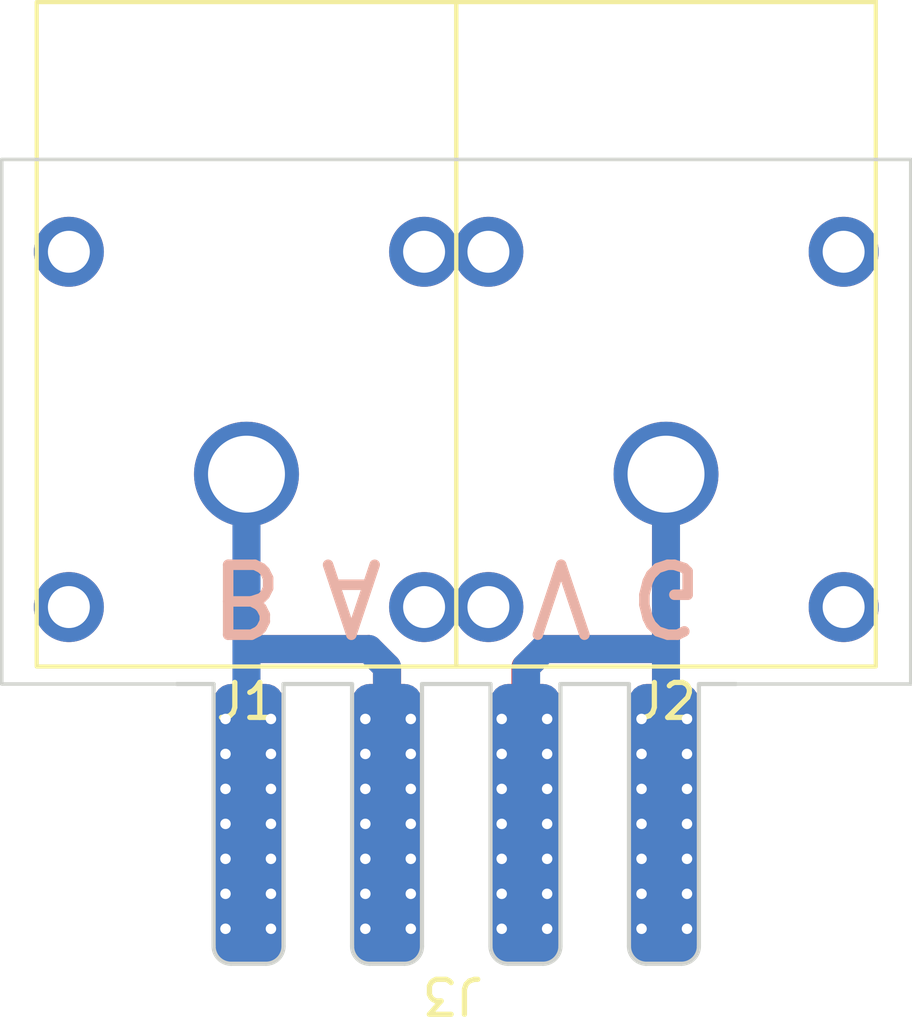
<source format=kicad_pcb>
(kicad_pcb (version 20211014) (generator pcbnew)
  (layers (0 "F.Cu" signal) (31 "B.Cu" signal) (34 "B.Paste" user) (35 "F.Paste" user) (36 "B.SilkS" user "B.Silkscreen") (37 "F.SilkS" user "F.Silkscreen") (38 "B.Mask" user) (39 "F.Mask" user) (44 "Edge.Cuts" user))
  (net 0 "")
  (net 1 "/G")
  (net 2 "/B")
  (footprint "akita:CON_FCR7350" (layer "F.Cu") (at -6 9 -90)
    (fp_text reference "J1" (at 6.5 0 unlocked) (layer "F.SilkS"))
    (fp_text value "Conn_01x01")
    (fp_rect (start -13.5 -6) (end 5.5 6) (layer "F.SilkS") (width 0.12) (fill none))
    (pad "-" thru_hole circle (at -6.36 -5.08 270) (size 2 2) (drill 1.2) (layers *.Cu *.Mask))
    (pad "-" thru_hole circle (at 3.8 5.08 270) (size 2 2) (drill 1.2) (layers *.Cu *.Mask))
    (pad "-" thru_hole circle (at -6.36 5.08 270) (size 2 2) (drill 1.2) (layers *.Cu *.Mask))
    (pad "-" thru_hole circle (at 3.8 -5.08 270) (size 2 2) (drill 1.2) (layers *.Cu *.Mask))
    (pad "1" thru_hole circle (at 0 0 270) (size 3 3) (drill 2.2) (layers *.Cu *.Mask) (net 2 "/B"))
  )
  (footprint "akita:CON_FCR7350" (layer "F.Cu") (at 6 9 -90)
    (fp_text reference "J2" (at 6.5 0 unlocked) (layer "F.SilkS"))
    (fp_text value "Conn_01x01")
    (fp_rect (start -13.5 -6) (end 5.5 6) (layer "F.SilkS") (width 0.12) (fill none))
    (pad "-" thru_hole circle (at -6.36 5.08 270) (size 2 2) (drill 1.2) (layers *.Cu *.Mask))
    (pad "-" thru_hole circle (at 3.8 5.08 270) (size 2 2) (drill 1.2) (layers *.Cu *.Mask))
    (pad "-" thru_hole circle (at 3.8 -5.08 270) (size 2 2) (drill 1.2) (layers *.Cu *.Mask))
    (pad "-" thru_hole circle (at -6.36 -5.08 270) (size 2 2) (drill 1.2) (layers *.Cu *.Mask))
    (pad "1" thru_hole circle (at 0 0 270) (size 3 3) (drill 2.2) (layers *.Cu *.Mask) (net 1 "/G"))
  )
  (footprint "akita:CON_BAVG" (layer "F.Cu") (at 0 19 180)
    (fp_text reference "J3" (at 0.1 -4.9 180 unlocked) (layer "F.SilkS"))
    (fp_text value "Conn_01x04")
    (fp_line (start 6.94 4) (end 8 4) (layer "Edge.Cuts") (width 0.12))
    (fp_line (start 5.44 -4) (end 6.44 -4) (layer "Edge.Cuts") (width 0.12))
    (fp_line (start 0.98 4) (end 0.98 -3.5) (layer "Edge.Cuts") (width 0.12))
    (fp_line (start -4.94 -3.5) (end -4.94 4) (layer "Edge.Cuts") (width 0.12))
    (fp_line (start 2.98 -3.5) (end 2.98 4) (layer "Edge.Cuts") (width 0.12))
    (fp_line (start -2.48 -4) (end -1.48 -4) (layer "Edge.Cuts") (width 0.12))
    (fp_line (start -0.98 -3.5) (end -0.98 4) (layer "Edge.Cuts") (width 0.12))
    (fp_line (start 2.98 4) (end 4.94 4) (layer "Edge.Cuts") (width 0.12))
    (fp_line (start 6.94 -3.5) (end 6.94 4) (layer "Edge.Cuts") (width 0.12))
    (fp_line (start -0.98 4) (end 0.98 4) (layer "Edge.Cuts") (width 0.12))
    (fp_line (start 1.48 -4) (end 2.48 -4) (layer "Edge.Cuts") (width 0.12))
    (fp_line (start -6.44 -4) (end -5.41 -4) (layer "Edge.Cuts") (width 0.12))
    (fp_line (start -8 4) (end -6.95 4) (layer "Edge.Cuts") (width 0.12))
    (fp_line (start -4.94 4) (end -2.98 4) (layer "Edge.Cuts") (width 0.12))
    (fp_line (start -6.94 4) (end -6.94 -3.5) (layer "Edge.Cuts") (width 0.12))
    (fp_line (start -2.98 4) (end -2.98 -3.5) (layer "Edge.Cuts") (width 0.12))
    (fp_line (start 4.94 4) (end 4.94 -3.5) (layer "Edge.Cuts") (width 0.12))
    (fp_arc (start -6.94 -3.5) (mid -6.793553 -3.853553) (end -6.44 -4) (layer "Edge.Cuts") (width 0.12))
    (fp_arc (start 4.94 -3.5) (mid 5.086447 -3.853553) (end 5.44 -4) (layer "Edge.Cuts") (width 0.12))
    (fp_arc (start -1.48 -4) (mid -1.126447 -3.853553) (end -0.98 -3.5) (layer "Edge.Cuts") (width 0.12))
    (fp_arc (start 0.98 -3.5) (mid 1.126447 -3.853553) (end 1.48 -4) (layer "Edge.Cuts") (width 0.12))
    (fp_arc (start -5.44 -4) (mid -5.086447 -3.853553) (end -4.94 -3.5) (layer "Edge.Cuts") (width 0.12))
    (fp_arc (start 6.44 -4) (mid 6.793553 -3.853553) (end 6.94 -3.5) (layer "Edge.Cuts") (width 0.12))
    (fp_arc (start 2.48 -4) (mid 2.833553 -3.853553) (end 2.98 -3.5) (layer "Edge.Cuts") (width 0.12))
    (fp_arc (start -2.98 -3.5) (mid -2.833553 -3.853553) (end -2.48 -4) (layer "Edge.Cuts") (width 0.12))
    (pad "1" thru_hole circle (at -6.6 -1 180) (size 0.6 0.6) (drill 0.3) (layers *.Cu *.Mask) (net 1 "/G"))
    (pad "1" thru_hole circle (at -5.3 3 180) (size 0.6 0.6) (drill 0.3) (layers *.Cu *.Mask) (net 1 "/G"))
    (pad "1" thru_hole circle (at -6.6 2 180) (size 0.6 0.6) (drill 0.3) (layers *.Cu *.Mask) (net 1 "/G"))
    (pad "1" thru_hole circle (at -5.3 -2 180) (size 0.6 0.6) (drill 0.3) (layers *.Cu *.Mask) (net 1 "/G"))
    (pad "1" thru_hole circle (at -5.3 0 180) (size 0.6 0.6) (drill 0.3) (layers *.Cu *.Mask) (net 1 "/G"))
    (pad "1" thru_hole circle (at -6.6 1 180) (size 0.6 0.6) (drill 0.3) (layers *.Cu *.Mask) (net 1 "/G"))
    (pad "1" thru_hole circle (at -6.6 -3 180) (size 0.6 0.6) (drill 0.3) (layers *.Cu *.Mask) (net 1 "/G"))
    (pad "1" thru_hole circle (at -5.3 -3 180) (size 0.6 0.6) (drill 0.3) (layers *.Cu *.Mask) (net 1 "/G"))
    (pad "1" smd roundrect (at -5.94 0) (size 2 8) (layers "F.Cu" "F.Paste" "F.Mask") (net 1 "/G"))
    (pad "1" thru_hole circle (at -5.3 -1 180) (size 0.6 0.6) (drill 0.3) (layers *.Cu *.Mask) (net 1 "/G"))
    (pad "1" thru_hole circle (at -5.3 2 180) (size 0.6 0.6) (drill 0.3) (layers *.Cu *.Mask) (net 1 "/G"))
    (pad "1" thru_hole circle (at -5.3 1 180) (size 0.6 0.6) (drill 0.3) (layers *.Cu *.Mask) (net 1 "/G"))
    (pad "1" smd roundrect (at -5.94 0) (size 2 8) (layers "B.Cu" "B.Paste" "B.Mask") (net 1 "/G"))
    (pad "1" thru_hole circle (at -6.6 0 180) (size 0.6 0.6) (drill 0.3) (layers *.Cu *.Mask) (net 1 "/G"))
    (pad "1" thru_hole circle (at -6.6 3 180) (size 0.6 0.6) (drill 0.3) (layers *.Cu *.Mask) (net 1 "/G"))
    (pad "1" thru_hole circle (at -6.6 -2 180) (size 0.6 0.6) (drill 0.3) (layers *.Cu *.Mask) (net 1 "/G"))
    (pad "2" thru_hole circle (at -1.3 -2 180) (size 0.6 0.6) (drill 0.3) (layers *.Cu *.Mask) (net 1 "/G"))
    (pad "2" thru_hole circle (at -2.6 -2 180) (size 0.6 0.6) (drill 0.3) (layers *.Cu *.Mask) (net 1 "/G"))
    (pad "2" thru_hole circle (at -1.3 3 180) (size 0.6 0.6) (drill 0.3) (layers *.Cu *.Mask) (net 1 "/G"))
    (pad "2" thru_hole circle (at -2.6 1 180) (size 0.6 0.6) (drill 0.3) (layers *.Cu *.Mask) (net 1 "/G"))
    (pad "2" thru_hole circle (at -2.6 0 180) (size 0.6 0.6) (drill 0.3) (layers *.Cu *.Mask) (net 1 "/G"))
    (pad "2" thru_hole circle (at -1.3 2 180) (size 0.6 0.6) (drill 0.3) (layers *.Cu *.Mask) (net 1 "/G"))
    (pad "2" thru_hole circle (at -1.3 -3 180) (size 0.6 0.6) (drill 0.3) (layers *.Cu *.Mask) (net 1 "/G"))
    (pad "2" thru_hole circle (at -2.6 -3 180) (size 0.6 0.6) (drill 0.3) (layers *.Cu *.Mask) (net 1 "/G"))
    (pad "2" thru_hole circle (at -2.6 -1 180) (size 0.6 0.6) (drill 0.3) (layers *.Cu *.Mask) (net 1 "/G"))
    (pad "2" thru_hole circle (at -2.6 3 180) (size 0.6 0.6) (drill 0.3) (layers *.Cu *.Mask) (net 1 "/G"))
    (pad "2" thru_hole circle (at -1.3 -1 180) (size 0.6 0.6) (drill 0.3) (layers *.Cu *.Mask) (net 1 "/G"))
    (pad "2" thru_hole circle (at -1.3 1 180) (size 0.6 0.6) (drill 0.3) (layers *.Cu *.Mask) (net 1 "/G"))
    (pad "2" thru_hole circle (at -2.6 2 180) (size 0.6 0.6) (drill 0.3) (layers *.Cu *.Mask) (net 1 "/G"))
    (pad "2" thru_hole circle (at -1.3 0 180) (size 0.6 0.6) (drill 0.3) (layers *.Cu *.Mask) (net 1 "/G"))
    (pad "2" smd roundrect (at -1.98 0) (size 2 8) (layers "F.Cu" "F.Paste" "F.Mask") (net 1 "/G"))
    (pad "2" smd roundrect (at -1.98 0) (size 2 8) (layers "B.Cu" "B.Paste" "B.Mask") (net 1 "/G"))
    (pad "3" thru_hole circle (at 1.3 -2 180) (size 0.6 0.6) (drill 0.3) (layers *.Cu *.Mask) (net 2 "/B"))
    (pad "3" thru_hole circle (at 1.3 -3 180) (size 0.6 0.6) (drill 0.3) (layers *.Cu *.Mask) (net 2 "/B"))
    (pad "3" thru_hole circle (at 2.6 2 180) (size 0.6 0.6) (drill 0.3) (layers *.Cu *.Mask) (net 2 "/B"))
    (pad "3" thru_hole circle (at 1.3 1 180) (size 0.6 0.6) (drill 0.3) (layers *.Cu *.Mask) (net 2 "/B"))
    (pad "3" smd roundrect (at 1.98 0) (size 2 8) (layers "B.Cu" "B.Paste" "B.Mask") (net 2 "/B"))
    (pad "3" thru_hole circle (at 2.6 -2 180) (size 0.6 0.6) (drill 0.3) (layers *.Cu *.Mask) (net 2 "/B"))
    (pad "3" thru_hole circle (at 1.3 0 180) (size 0.6 0.6) (drill 0.3) (layers *.Cu *.Mask) (net 2 "/B"))
    (pad "3" thru_hole circle (at 1.3 -1 180) (size 0.6 0.6) (drill 0.3) (layers *.Cu *.Mask) (net 2 "/B"))
    (pad "3" thru_hole circle (at 2.6 0 180) (size 0.6 0.6) (drill 0.3) (layers *.Cu *.Mask) (net 2 "/B"))
    (pad "3" thru_hole circle (at 1.3 3 180) (size 0.6 0.6) (drill 0.3) (layers *.Cu *.Mask) (net 2 "/B"))
    (pad "3" smd roundrect (at 1.98 0) (size 2 8) (layers "F.Cu" "F.Paste" "F.Mask") (net 2 "/B"))
    (pad "3" thru_hole circle (at 2.6 1 180) (size 0.6 0.6) (drill 0.3) (layers *.Cu *.Mask) (net 2 "/B"))
    (pad "3" thru_hole circle (at 2.6 -1 180) (size 0.6 0.6) (drill 0.3) (layers *.Cu *.Mask) (net 2 "/B"))
    (pad "3" thru_hole circle (at 1.3 2 180) (size 0.6 0.6) (drill 0.3) (layers *.Cu *.Mask) (net 2 "/B"))
    (pad "3" thru_hole circle (at 2.6 3 180) (size 0.6 0.6) (drill 0.3) (layers *.Cu *.Mask) (net 2 "/B"))
    (pad "3" thru_hole circle (at 2.6 -3 180) (size 0.6 0.6) (drill 0.3) (layers *.Cu *.Mask) (net 2 "/B"))
    (pad "4" thru_hole circle (at 5.3 0 180) (size 0.6 0.6) (drill 0.3) (layers *.Cu *.Mask) (net 2 "/B"))
    (pad "4" thru_hole circle (at 6.6 -1 180) (size 0.6 0.6) (drill 0.3) (layers *.Cu *.Mask) (net 2 "/B"))
    (pad "4" thru_hole circle (at 6.6 -2 180) (size 0.6 0.6) (drill 0.3) (layers *.Cu *.Mask) (net 2 "/B"))
    (pad "4" thru_hole circle (at 5.3 2 180) (size 0.6 0.6) (drill 0.3) (layers *.Cu *.Mask) (net 2 "/B"))
    (pad "4" thru_hole circle (at 5.3 -3 180) (size 0.6 0.6) (drill 0.3) (layers *.Cu *.Mask) (net 2 "/B"))
    (pad "4" thru_hole circle (at 6.6 2 180) (size 0.6 0.6) (drill 0.3) (layers *.Cu *.Mask) (net 2 "/B"))
    (pad "4" thru_hole circle (at 6.6 3 180) (size 0.6 0.6) (drill 0.3) (layers *.Cu *.Mask) (net 2 "/B"))
    (pad "4" smd roundrect (at 5.94 0) (size 2 8) (layers "F.Cu" "F.Paste" "F.Mask") (net 2 "/B"))
    (pad "4" smd roundrect (at 5.94 0) (size 2 8) (layers "B.Cu" "B.Paste" "B.Mask") (net 2 "/B"))
    (pad "4" thru_hole circle (at 5.3 -2 180) (size 0.6 0.6) (drill 0.3) (layers *.Cu *.Mask) (net 2 "/B"))
    (pad "4" thru_hole circle (at 5.3 3 180) (size 0.6 0.6) (drill 0.3) (layers *.Cu *.Mask) (net 2 "/B"))
    (pad "4" thru_hole circle (at 6.6 0 180) (size 0.6 0.6) (drill 0.3) (layers *.Cu *.Mask) (net 2 "/B"))
    (pad "4" thru_hole circle (at 5.3 1 180) (size 0.6 0.6) (drill 0.3) (layers *.Cu *.Mask) (net 2 "/B"))
    (pad "4" thru_hole circle (at 6.6 1 180) (size 0.6 0.6) (drill 0.3) (layers *.Cu *.Mask) (net 2 "/B"))
    (pad "4" thru_hole circle (at 6.6 -3 180) (size 0.6 0.6) (drill 0.3) (layers *.Cu *.Mask) (net 2 "/B"))
    (pad "4" thru_hole circle (at 5.3 -1 180) (size 0.6 0.6) (drill 0.3) (layers *.Cu *.Mask) (net 2 "/B"))
  )
  (gr_line (start -13 0) (end -13 15) (layer "Edge.Cuts") (width 0.1))
  (gr_line (start 13 0) (end 13 15) (layer "Edge.Cuts") (width 0.1))
  (gr_line (start -13 0) (end 13 0) (layer "Edge.Cuts") (width 0.1))
  (gr_line (start -13 15) (end -8.06 15) (layer "Edge.Cuts") (width 0.1))
  (gr_line (start 13 15) (end 7.94 15) (layer "Edge.Cuts") (width 0.1))
  (gr_text "V" (at 3 12.5 180) (layer "B.SilkS") (effects (font (size 2 2) (thickness 0.3)) (justify mirror)))
  (gr_text "A" (at -3 12.5 180) (layer "B.SilkS") (effects (font (size 2 2) (thickness 0.3)) (justify mirror)))
  (gr_text "B" (at -6 12.5 180) (layer "B.SilkS") (effects (font (size 2 2) (thickness 0.3)) (justify mirror)))
  (gr_text "G" (at 6 12.5 180) (layer "B.SilkS") (effects (font (size 2 2) (thickness 0.3)) (justify mirror)))
  (segment (start 6 18.94) (end 6 14) (width 0.8) (layer "F.Cu") (net 1))
  (segment (start 1.98 19) (end 1.98 14.52) (width 0.8) (layer "F.Cu") (net 1))
  (segment (start 6 14) (end 6 9) (width 0.8) (layer "F.Cu") (net 1))
  (segment (start 1.98 14.52) (end 2.5 14) (width 0.8) (layer "F.Cu") (net 1))
  (segment (start 2.5 14) (end 6 14) (width 0.8) (layer "F.Cu") (net 1))
  (segment (start 5.94 19) (end 6 18.94) (width 0.8) (layer "F.Cu") (net 1))
  (segment (start 6 9) (end 6 18) (width 0.8) (layer "B.Cu") (net 1))
  (segment (start 2 14.5) (end 2 18) (width 0.8) (layer "B.Cu") (net 1))
  (segment (start 2.5 14) (end 2 14.5) (width 0.8) (layer "B.Cu") (net 1))
  (segment (start 6 14) (end 2.5 14) (width 0.8) (layer "B.Cu") (net 1))
  (segment (start -1.98 19) (end -1.98 14.52) (width 0.8) (layer "F.Cu") (net 2))
  (segment (start -2.5 14) (end -6 14) (width 0.8) (layer "F.Cu") (net 2))
  (segment (start -5.94 19) (end -6 18.94) (width 0.8) (layer "F.Cu") (net 2))
  (segment (start -6 14) (end -6 9) (width 0.8) (layer "F.Cu") (net 2))
  (segment (start -6 18.94) (end -6 14) (width 0.8) (layer "F.Cu") (net 2))
  (segment (start -1.98 14.52) (end -2.5 14) (width 0.8) (layer "F.Cu") (net 2))
  (segment (start -2.5 14) (end -6 14) (width 0.8) (layer "B.Cu") (net 2))
  (segment (start -1.98 14.52) (end -2.5 14) (width 0.8) (layer "B.Cu") (net 2))
  (segment (start -6 9) (end -6 17) (width 0.8) (layer "B.Cu") (net 2))
  (segment (start -1.98 19) (end -1.98 14.52) (width 0.8) (layer "B.Cu") (net 2))
)
</source>
